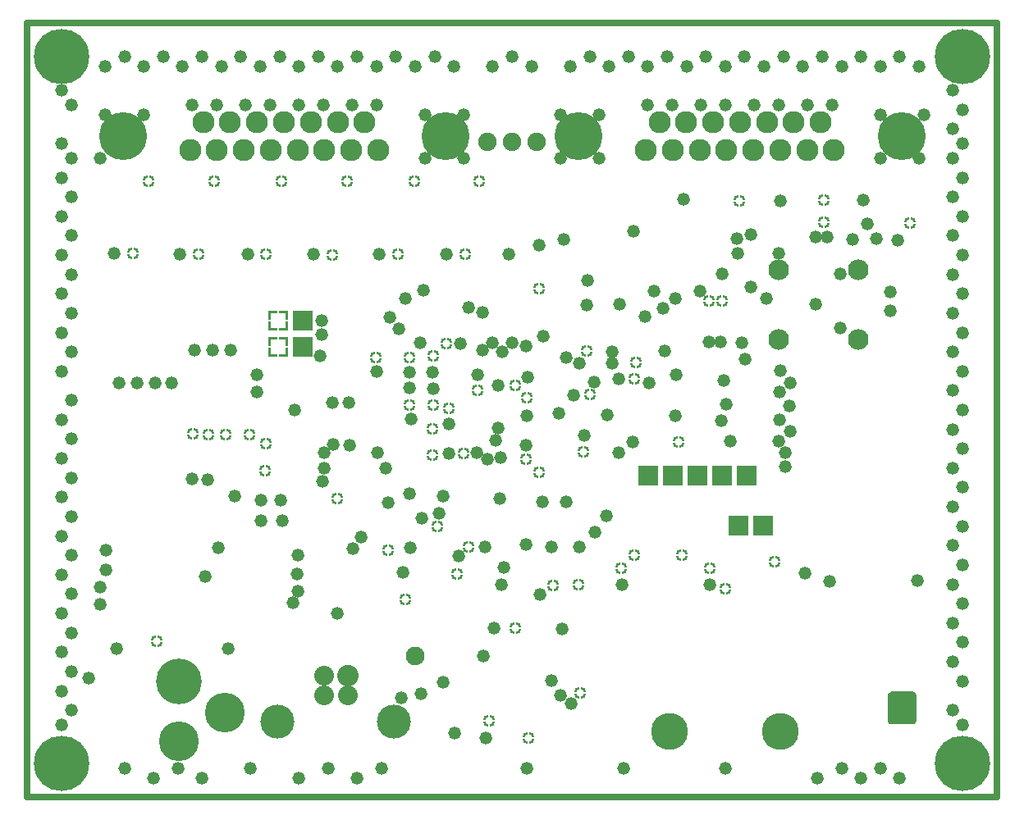
<source format=gbr>
%FSLAX36Y36*%
%MOMM*%
G04 EasyPC Gerber Version 18.0.8 Build 3632 *
%ADD126R,2.03200X2.03200*%
%ADD141C,0.20830*%
%ADD22C,0.63500*%
%ADD137C,1.32080*%
%ADD134C,1.89800*%
%ADD143C,1.93040*%
%ADD128C,2.03200*%
%ADD121C,2.13200*%
%ADD127C,2.22800*%
%ADD122C,2.28600*%
%ADD140C,3.50800*%
%ADD133C,3.81800*%
%ADD142C,4.10800*%
%ADD132C,4.70800*%
%ADD139C,4.95300*%
%AMT125*0 Thermal pad*4,1,6,0.76200,0.06350,0.76200,0.76200,0.06350,0.76200,0.06350,1.01600,1.01600,1.01600,1.01600,0.06350,0.76200,0.06350,0*4,1,6,-0.06350,0.76200,-0.76200,0.76200,-0.76200,0.06350,-1.01600,0.06350,-1.01600,1.01600,-0.06350,1.01600,-0.06350,0.76200,0*4,1,6,-0.76200,-0.06350,-0.76200,-0.76200,-0.06350,-0.76200,-0.06350,-1.01600,-1.01600,-1.01600,-1.01600,-0.06350,-0.76200,-0.06350,0*4,1,6,0.06350,-0.76200,0.76200,-0.76200,0.76200,-0.06350,1.01600,-0.06350,1.01600,-1.01600,0.06350,-1.01600,0.06350,-0.76200,0*%
%ADD125T125*%
%AMT120*0 Thermal pad*7,0,0,1.32080,0.81280,0.12700,0*%
%ADD120T120*%
%ADD138C,5.70800*%
X0Y0D02*
D02*
D22*
X42104200Y3347700D02*
X142104200D01*
Y83347700*
X42104200*
Y3347700*
D02*
D120*
X52954200Y59547700D03*
X54604200Y66947700D03*
X55479200Y19497700D03*
X59154200Y40872700D03*
X59754200Y59447700D03*
X60804200Y40847700D03*
X61404200Y66947700D03*
X62529200Y40797700D03*
X65029200D03*
X66629200Y37072700D03*
X66679200Y39897700D03*
X66729200Y59447700D03*
X68304200Y66947700D03*
X73554200Y59347700D03*
X74054200Y34197700D03*
X75104200Y66947700D03*
X78054200Y48747700D03*
X79354200Y28847700D03*
X80304200Y59447700D03*
X81054200Y23747700D03*
X81479200Y43847700D03*
X81529200Y48747700D03*
X82004200Y66947700D03*
X83879200Y38722700D03*
Y41397700D03*
X83954200Y48922700D03*
X83979200Y43822700D03*
X84432200Y31297700D03*
X85304200Y50172700D03*
X85579200Y43547700D03*
X86429200Y26397700D03*
X87104200Y38822700D03*
X87254200Y59447700D03*
X87579200Y29247700D03*
X88504200Y45372700D03*
X88704200Y66947700D03*
X89729200Y11222700D03*
X92404200Y45922700D03*
X92467700Y20797700D03*
X93579200Y38247700D03*
X93629200Y44597700D03*
X93779200Y9472700D03*
X94879200Y36922700D03*
X94904200Y55872700D03*
X96329200Y25247700D03*
X98929200Y25272700D03*
X99104200Y14122700D03*
X99504200Y38997700D03*
X99804200Y49422700D03*
X100154200Y44922700D03*
X103354200Y27047700D03*
X104679200Y28397700D03*
X104754200Y46572700D03*
X104904200Y48222700D03*
X109254200Y40072700D03*
X109629200Y28372700D03*
X112429200Y54597700D03*
X112529200Y26997700D03*
X113754200Y54597700D03*
X114154200Y24897700D03*
X115554200Y64947700D03*
X119154200Y27672700D03*
X124254200Y64997700D03*
X124279200Y62747700D03*
X133154200Y62622700D03*
D02*
D121*
X119579200Y50597700D03*
Y57847700D03*
X127829200Y50597700D03*
Y57847700D03*
D02*
D122*
X58886200Y70202900D03*
X60271200Y73047700D03*
X61656200Y70202900D03*
X63001000Y73047700D03*
X64426200Y70202900D03*
X65811200Y73047700D03*
X67196200Y70202900D03*
X68581200Y73047700D03*
X69966200Y70202900D03*
X71351200Y73047700D03*
X72736200Y70202900D03*
X74121200Y73047700D03*
X75506200Y70202900D03*
X76891200Y73047700D03*
X78276200Y70202900D03*
X105932200D03*
X107317200Y73047700D03*
X108702200Y70202900D03*
X110047000Y73047700D03*
X111472200Y70202900D03*
X112857200Y73047700D03*
X114242200Y70202900D03*
X115627200Y73047700D03*
X117012200Y70202900D03*
X118397200Y73047700D03*
X119782200Y70202900D03*
X121167200Y73047700D03*
X122552200Y70202900D03*
X123937200Y73047700D03*
X125322200Y70202900D03*
D02*
D125*
X67954200Y49872700D03*
Y52547700D03*
D02*
D126*
X70494200Y49872700D03*
Y52547700D03*
X106144200Y36572700D03*
X108684200D03*
X111224200D03*
X113764200D03*
X115479200Y31422700D03*
X116304200Y36572700D03*
X118019200Y31422700D03*
D02*
D127*
X75181200Y15872700D03*
D02*
D128*
X72681200Y13872700D03*
Y15872700D03*
X75181200Y13872700D03*
D02*
D132*
X57732600Y15322700D03*
D02*
D133*
X108382700Y10137700D03*
X119812700D03*
D02*
D134*
X89577800Y71047700D03*
X92117800D03*
X94657800D03*
D02*
D137*
X45604200Y10847700D03*
Y14347700D03*
Y18347700D03*
Y22347700D03*
Y26347700D03*
Y30347700D03*
Y34347700D03*
Y38347700D03*
Y42347700D03*
Y47347700D03*
Y51347700D03*
Y55347700D03*
Y59347700D03*
Y63347700D03*
Y67347700D03*
Y70847700D03*
Y76347700D03*
X46604200Y12347700D03*
Y16347700D03*
Y20347700D03*
Y24347700D03*
Y28347700D03*
Y32347700D03*
Y36347700D03*
Y40347700D03*
Y44347700D03*
Y49347700D03*
Y53347700D03*
Y57347700D03*
Y61347700D03*
Y65347700D03*
Y69347700D03*
Y74847700D03*
X48454200Y15697700D03*
X49579200Y23272700D03*
Y25047700D03*
X49604200Y69347700D03*
X50104200Y73847700D03*
Y78847700D03*
X50179200Y26797700D03*
X50204200Y28847700D03*
X51054200Y59547700D03*
X51304200Y18747700D03*
X51554200Y46172700D03*
X52104200Y6347700D03*
Y79847700D03*
X53404200Y46147700D03*
X54104200Y73847700D03*
Y78847700D03*
X55104200Y5347700D03*
X55254200Y46147700D03*
X56104200Y79847700D03*
X56954200Y46147700D03*
X57604200Y6347700D03*
X57804200Y59447700D03*
X58104200Y78847700D03*
X59104200Y36197700D03*
Y74847700D03*
X59354200Y49522700D03*
X60104200Y5347700D03*
Y79847700D03*
X60454200Y26122700D03*
X60729200Y36147700D03*
X61229200Y49497700D03*
X61604200Y74847700D03*
X61779200Y29122700D03*
X62104200Y78847700D03*
X62804200Y18747700D03*
X63054200Y49522700D03*
X63504200Y34422700D03*
X64104200Y79847700D03*
X64604200Y74847700D03*
X64804200Y59447700D03*
X65104200Y6347700D03*
X65779200Y45247700D03*
Y46997700D03*
X66104200Y78847700D03*
X66204200Y31897700D03*
Y34072700D03*
X67104200Y74847700D03*
X68104200Y79847700D03*
X68229200Y34072700D03*
X68379200Y31897700D03*
X69504200Y23422700D03*
X69654200Y43372700D03*
X69929200Y26397700D03*
X69979200Y24672700D03*
X70029200Y28372700D03*
X70104200Y5347700D03*
Y74847700D03*
Y78847700D03*
X71604200Y59447700D03*
X72104200Y79847700D03*
X72329200Y48922700D03*
X72429200Y51147700D03*
X72454200Y52597700D03*
X72579200Y35947700D03*
X72604200Y74847700D03*
X72679200Y38947700D03*
X72704200Y37297700D03*
X73104200Y6347700D03*
X73579200Y44072700D03*
X73604200Y39772700D03*
X74104200Y22347700D03*
Y78847700D03*
X75279200Y44097700D03*
X75354200Y39722700D03*
X75604200Y74847700D03*
X75654200Y28997700D03*
X76104200Y5347700D03*
Y79847700D03*
X76529200Y30247700D03*
X78104200Y74847700D03*
Y78847700D03*
X78154200Y47347700D03*
X78254200Y38947700D03*
X78404200Y59447700D03*
X78604200Y6347700D03*
X79079200Y37297700D03*
X79354200Y33747700D03*
X79454200Y52947700D03*
X80104200Y79847700D03*
X80404200Y51747700D03*
X80704200Y13647700D03*
X80804200Y26622700D03*
X81104200Y54847700D03*
X81479200Y45597700D03*
X81504200Y47247700D03*
X81554200Y34747700D03*
X81629200Y29097700D03*
X81654200Y42422700D03*
X82104200Y78847700D03*
X82579200Y50247700D03*
X82704200Y14047700D03*
X82804200Y32147700D03*
X82979200Y55722700D03*
X83104200Y69347700D03*
Y73847700D03*
X83929200Y47247700D03*
X83979200Y45522700D03*
X84104200Y79847700D03*
X84604200Y32647700D03*
X84979200Y15247700D03*
Y34422700D03*
X85354200Y59447700D03*
X85554200Y38847700D03*
X85579200Y41897700D03*
X86104200Y78847700D03*
X86204200Y9947700D03*
X86579200Y28272700D03*
X86754200Y50197700D03*
X87104200Y69347700D03*
Y73847700D03*
X87604200Y53947700D03*
X88429200Y38922700D03*
X88529200Y46997700D03*
X89029200Y49497700D03*
X89079200Y53447700D03*
X89167700Y17972700D03*
X89279200Y29197700D03*
X89404200Y9472700D03*
X89579200Y38247700D03*
X90079200Y50322700D03*
X90104200Y78847700D03*
X90279200Y20797700D03*
X90429200Y40222700D03*
X90679200Y45922700D03*
X90704200Y41522700D03*
X90829200Y34172700D03*
X90904200Y38447700D03*
X90979200Y25347700D03*
X91079200Y49397700D03*
X91229200Y27122700D03*
X91804200Y59447700D03*
X92079200Y50297700D03*
X92104200Y79847700D03*
X93504200Y29422700D03*
Y49947700D03*
X93579200Y39747700D03*
X93604200Y6347700D03*
X93654200Y42747700D03*
X93679200Y46747700D03*
X94104200Y78847700D03*
X94904200Y60397700D03*
X94979200Y24297700D03*
X95204200Y33822700D03*
X95317200Y50947700D03*
X96129200Y15397700D03*
X96154200Y29222700D03*
X96954200Y43022700D03*
X97104200Y13922700D03*
Y69347700D03*
Y73847700D03*
X97304200Y20772700D03*
X97454200Y60972700D03*
X97654200Y33822700D03*
Y48747700D03*
X98104200Y78847700D03*
X98204200Y12997700D03*
X98454200Y44872700D03*
X99004200Y29247700D03*
X99029200Y48172700D03*
X99529200Y40697700D03*
X99779200Y54197700D03*
X99854200Y56747700D03*
X100104200Y79847700D03*
X100554200Y46222700D03*
X100629200Y30747700D03*
X101104200Y69347700D03*
Y73847700D03*
X101804200Y32397700D03*
X101954200Y42822700D03*
X102104200Y78847700D03*
X102429200Y49322700D03*
X102454200Y48197700D03*
X103079200Y46597700D03*
X103129200Y38922700D03*
X103179200Y54272700D03*
X103429200Y25272700D03*
X103604200Y6347700D03*
X104104200Y79847700D03*
X104554200Y40072700D03*
X104629200Y61797700D03*
X105829200Y52972700D03*
X106104200Y74847700D03*
Y78847700D03*
X106279200Y46122700D03*
X106729200Y55597700D03*
X107704200Y53822700D03*
X107879200Y49447700D03*
X108104200Y79847700D03*
X108604200Y74847700D03*
X108929200Y42722700D03*
Y54897700D03*
X109054200Y46947700D03*
X109829200Y65097700D03*
X110104200Y78847700D03*
X111454200Y55597700D03*
X111604200Y74847700D03*
X112104200Y79847700D03*
X112404200Y50347700D03*
X112529200Y25347700D03*
X113629200Y50372700D03*
X113729200Y42272700D03*
X113754200Y57397700D03*
X113979200Y46397700D03*
X114104200Y6347700D03*
Y74847700D03*
Y78847700D03*
X114204200Y43897700D03*
X114654200Y40097700D03*
X115329200Y61047700D03*
X115354200Y59547700D03*
X115804200Y50322700D03*
X116104200Y79847700D03*
X116154200Y48597700D03*
X116704200Y56047700D03*
Y61472700D03*
X117104200Y74847700D03*
X118104200Y78847700D03*
X118329200Y54897700D03*
X119604200Y40097700D03*
Y74847700D03*
X119654200Y59522700D03*
X119729200Y42297700D03*
Y45172700D03*
X119804200Y47397700D03*
Y64947700D03*
X120104200Y79847700D03*
X120304200Y37497700D03*
Y38972700D03*
X120704200Y43772700D03*
X120829200Y41172700D03*
Y46147700D03*
X122104200Y78847700D03*
X122304200Y26522700D03*
X122604200Y74847700D03*
X123404200Y61197700D03*
X123429200Y54247700D03*
X123604200Y5347700D03*
X124104200Y79847700D03*
X124579200Y61172700D03*
X124854200Y25622700D03*
X125104200Y74847700D03*
X125979200Y51797700D03*
Y57397700D03*
X126104200Y6347700D03*
Y78847700D03*
X127279200Y60997700D03*
X128104200Y5347700D03*
Y79847700D03*
X128354200Y64997700D03*
X128779200Y62597700D03*
X129729200Y61047700D03*
X130104200Y6347700D03*
Y69347700D03*
Y73847700D03*
Y78847700D03*
X131154200Y53622700D03*
Y55547700D03*
X131854200Y60847700D03*
X132104200Y5347700D03*
Y79847700D03*
X133954200Y25697700D03*
X134104200Y69347700D03*
Y78847700D03*
X134604200Y73847700D03*
X137604200Y12347700D03*
Y17347700D03*
Y21347700D03*
Y25347700D03*
Y29347700D03*
Y33347700D03*
Y37347700D03*
Y41347700D03*
Y45347700D03*
Y49347700D03*
Y53347700D03*
Y57347700D03*
Y61347700D03*
Y65347700D03*
Y69347700D03*
Y72347700D03*
Y76347700D03*
X138604200Y10847700D03*
Y15347700D03*
Y19347700D03*
Y23347700D03*
Y27347700D03*
Y31347700D03*
Y35347700D03*
Y39347700D03*
Y43347700D03*
Y47347700D03*
Y51347700D03*
Y55347700D03*
Y59347700D03*
Y63347700D03*
Y67347700D03*
Y70847700D03*
Y74347700D03*
D02*
D138*
X45604200Y6847700D03*
Y79847700D03*
X138604200Y6847700D03*
Y79847700D03*
D02*
D139*
X51931200Y71625300D03*
X85231200D03*
X98977200D03*
X132277200D03*
D02*
D140*
X67911200Y11162700D03*
X79951200D03*
D02*
D141*
X131200000Y10964500D02*
X133491100D01*
G75*
G03X133745100Y11218500J254000*
G01*
Y13926100*
G75*
G03X133491100Y14180100I-254000*
G01*
X131200000*
G75*
G03X130946000Y13926100J-254000*
G01*
Y11218500*
G75*
G03X131200000Y10964500I254000*
G01*
G36*
X133491100*
G75*
G03X133745100Y11218500J254000*
G01*
Y13926100*
G75*
G03X133491100Y14180100I-254000*
G01*
X131200000*
G75*
G03X130946000Y13926100J-254000*
G01*
Y11218500*
G75*
G03X131200000Y10964500I254000*
G01*
G37*
D02*
D142*
X57732600Y9122700D03*
X62432600Y12122700D03*
D02*
D143*
X82104200Y17947700D03*
X0Y0D02*
M02*

</source>
